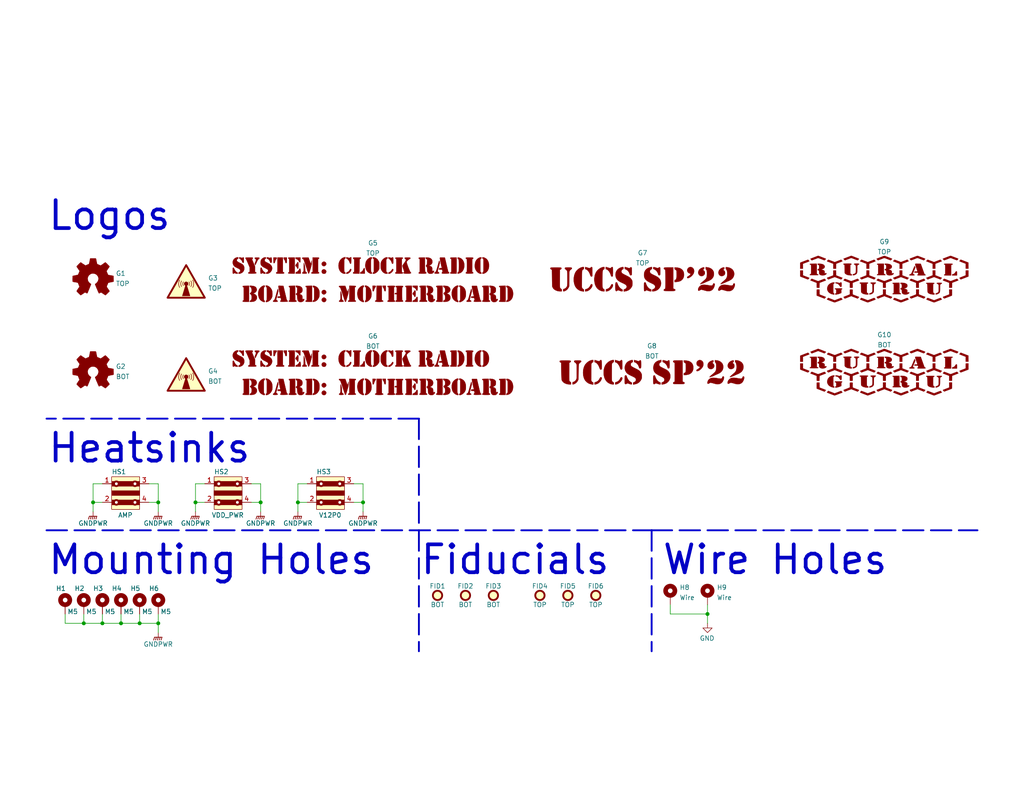
<source format=kicad_sch>
(kicad_sch (version 20211123) (generator eeschema)
  (paper "A")
  (title_block (title "Clock-Radio Main") (date "2022-03-05") (rev "0.5") (company "Ruralguru Projects") (comment 1 "Earl Watkins"))
  (lib_symbols
    (symbol "ERW_LOGO:LOGO" (pin_names (offset 1.016)))
    (symbol "ERW_Power:Heatsink_Pad_4hole" (pin_names (offset 0))
      (property "Reference" "HS" (at 1.27 5.08 0))
      (property "Value" "Heatsink_Pad_4hole" (at 2.54 3.175 0))
      (symbol "Heatsink_Pad_4hole_1_1"
        (pin passive line (at -2.54 0 0) (length 2.54) (name "~") (number "1"))
        (pin passive line (at -2.54 -5.08 0) (length 2.54) (name "~") (number "2"))
        (pin passive line (at 10.16 0 180) (length 2.54) (name "~") (number "3"))
        (pin passive line (at 10.16 -5.08 180) (length 2.54) (name "~") (number "4"))
      )
    )
    (symbol "Graphic:Logo_Open_Hardware_Small" (pin_names (offset 1.016)))
    (symbol "Graphic:SYM_Radio_Waves_Large" (pin_names (offset 1.016) hide))
    (symbol "Logo:LOGO" (pin_names (offset 1.016)))
    (symbol "Mechanical:Fiducial"
      (property "Reference" "FID" (at 0 5.08 0))
      (property "Value" "Fiducial" (at 0 3.175 0))
    )
    (symbol "Mechanical:MountingHole_Pad" (pin_numbers hide) (pin_names (offset 1.016) hide)
      (property "Reference" "H" (at 0 6.35 0))
      (property "Value" "MountingHole_Pad" (at 0 4.445 0))
      (symbol "MountingHole_Pad_1_1"
        (pin input line (at 0 -2.54 90) (length 2.54) (name "1") (number "1"))
      )
    )
    (symbol "UCCS:LOGO" (pin_names (offset 1.016)))
    (symbol "power:GND" (power) (pin_names (offset 0))
      (property "Value" "GND" (at 0 -3.81 0))
      (symbol "GND_1_1"
        (pin power_in line (at 0 0 270) (length 0) hide (name "GND") (number "1"))
      )
    )
    (symbol "power:GNDPWR" (power) (pin_names (offset 0))
      (property "Value" "GNDPWR" (at 0 -3.302 0))
      (symbol "GNDPWR_1_1"
        (pin power_in line (at 0 0 270) (length 0) hide (name "GNDPWR") (number "1"))
      )
    )
  )
  (junction (at 43.18 170.18))
  (junction (at 99.06 137.16))
  (junction (at 27.94 170.18))
  (junction (at 43.18 137.16))
  (junction (at 25.4 137.16))
  (junction (at 33.02 170.18))
  (junction (at 22.86 170.18))
  (junction (at 38.1 170.18))
  (junction (at 71.12 137.16))
  (junction (at 193.04 167.64))
  (junction (at 53.34 137.16))
  (junction (at 81.28 137.16))
  (polyline (pts (xy 114.3 114.3) (xy 114.3 177.8)) (stroke (width 0.508) (type dash)))
  (wire (pts (xy 27.94 167.64) (xy 27.94 170.18)))
  (wire (pts (xy 99.06 137.16) (xy 99.06 132.08)))
  (wire (pts (xy 33.02 170.18) (xy 38.1 170.18)))
  (wire (pts (xy 27.94 137.16) (xy 25.4 137.16)))
  (wire (pts (xy 40.64 137.16) (xy 43.18 137.16)))
  (wire (pts (xy 96.52 137.16) (xy 99.06 137.16)))
  (wire (pts (xy 193.04 165.1) (xy 193.04 167.64)))
  (wire (pts (xy 17.78 167.64) (xy 17.78 170.18)))
  (wire (pts (xy 17.78 170.18) (xy 22.86 170.18)))
  (wire (pts (xy 25.4 132.08) (xy 27.94 132.08)))
  (wire (pts (xy 99.06 139.7) (xy 99.06 137.16)))
  (wire (pts (xy 22.86 167.64) (xy 22.86 170.18)))
  (wire (pts (xy 43.18 170.18) (xy 43.18 172.72)))
  (wire (pts (xy 68.58 137.16) (xy 71.12 137.16)))
  (wire (pts (xy 33.02 167.64) (xy 33.02 170.18)))
  (wire (pts (xy 83.82 137.16) (xy 81.28 137.16)))
  (wire (pts (xy 25.4 137.16) (xy 25.4 139.7)))
  (wire (pts (xy 71.12 132.08) (xy 68.58 132.08)))
  (wire (pts (xy 71.12 139.7) (xy 71.12 137.16)))
  (wire (pts (xy 99.06 132.08) (xy 96.52 132.08)))
  (wire (pts (xy 53.34 132.08) (xy 55.88 132.08)))
  (wire (pts (xy 22.86 170.18) (xy 27.94 170.18)))
  (wire (pts (xy 38.1 170.18) (xy 43.18 170.18)))
  (wire (pts (xy 81.28 137.16) (xy 81.28 132.08)))
  (wire (pts (xy 25.4 137.16) (xy 25.4 132.08)))
  (wire (pts (xy 55.88 137.16) (xy 53.34 137.16)))
  (wire (pts (xy 27.94 170.18) (xy 33.02 170.18)))
  (wire (pts (xy 81.28 139.7) (xy 81.28 137.16)))
  (wire (pts (xy 182.88 165.1) (xy 182.88 167.64)))
  (wire (pts (xy 43.18 139.7) (xy 43.18 137.16)))
  (wire (pts (xy 43.18 132.08) (xy 40.64 132.08)))
  (wire (pts (xy 71.12 137.16) (xy 71.12 132.08)))
  (wire (pts (xy 43.18 137.16) (xy 43.18 132.08)))
  (wire (pts (xy 182.88 167.64) (xy 193.04 167.64)))
  (wire (pts (xy 53.34 137.16) (xy 53.34 139.7)))
  (polyline (pts (xy 12.7 144.78) (xy 177.8 144.78)) (stroke (width 0.508) (type dash)))
  (wire (pts (xy 53.34 137.16) (xy 53.34 132.08)))
  (wire (pts (xy 193.04 167.64) (xy 193.04 170.18)))
  (polyline (pts (xy 177.8 144.78) (xy 177.8 177.8)) (stroke (width 0.508) (type dash)))
  (polyline (pts (xy 114.3 114.3) (xy 12.7 114.3)) (stroke (width 0.508) (type dash)))
  (wire (pts (xy 81.28 132.08) (xy 83.82 132.08)))
  (wire (pts (xy 43.18 167.64) (xy 43.18 170.18)))
  (wire (pts (xy 38.1 167.64) (xy 38.1 170.18)))
  (polyline (pts (xy 177.8 144.78) (xy 266.7 144.78)) (stroke (width 0.508)))
  (text "${SHEETNAME}" (at 12.7 30.48 0) (effects (font (size 10.16 10.16) (thickness 2.032) bold) (justify left bottom)))
  (text "Mounting Holes" (at 12.7 157.48 0) (effects (font (size 7.62 7.62) (thickness 1.016) bold) (justify left bottom)))
  (text "Fiducials" (at 114.3 157.48 0) (effects (font (size 7.62 7.62) (thickness 1.016) bold) (justify left bottom)))
  (text "Wire Holes" (at 180.34 157.48 0) (effects (font (size 7.62 7.62) (thickness 1.016) bold) (justify left bottom)))
  (text "Heatsinks" (at 12.7 127 0) (effects (font (size 7.62 7.62) (thickness 1.016) bold) (justify left bottom)))
  (text "Logos" (at 12.7 63.5 0) (effects (font (size 7.62 7.62) (thickness 1.016) bold) (justify left bottom)))
  (symbol (lib_id "Graphic:SYM_Radio_Waves_Large") (at 50.8 76.2 0) (unit 1)
    (property "Reference" "G3" (at 56.769 75.9265 0) (effects (justify left)))
    (property "Value" "TOP" (at 56.769 78.7016 0) (effects (justify left)))
    (property "Footprint" "ERW_Logo:RF_0p5" (effects hide))
    (property "Datasheet" "-" (effects hide))
    (property "Description" "RF top" (effects hide))
    (property "JLBPCB# (Optional)" "-" (effects hide))
    (property "MFR" "-" (effects hide))
    (property "MPN" "-" (effects hide))
    (property "Status" "FAB" (effects hide))
    (property "Vendor" "-" (effects hide))
    (property "Vendor PN" "-" (effects hide))
  )
  (symbol (lib_id "UCCS:LOGO") (at 175.26 76.2 0) (unit 1)
    (property "Reference" "G7" (at 175.3395 69.0504 0))
    (property "Value" "TOP" (at 175.3395 71.8255 0))
    (property "Footprint" "project_name:UCCS_1" (effects hide))
    (property "Datasheet" "-" (effects hide))
    (property "Description" "UCCS top" (effects hide))
    (property "JLBPCB# (Optional)" "-" (effects hide))
    (property "MFR" "-" (effects hide))
    (property "MPN" "-" (effects hide))
    (property "Status" "FAB" (effects hide))
    (property "Vendor" "-" (effects hide))
    (property "Vendor PN" "-" (effects hide))
  )
  (symbol (lib_id "Graphic:SYM_Radio_Waves_Large") (at 50.8 101.6 0) (unit 1)
    (property "Reference" "G4" (at 56.769 101.3265 0) (effects (justify left)))
    (property "Value" "BOT" (at 56.769 104.1016 0) (effects (justify left)))
    (property "Footprint" "ERW_Logo:RF_0p5" (effects hide))
    (property "Datasheet" "-" (effects hide))
    (property "Description" "RF bot" (effects hide))
    (property "JLBPCB# (Optional)" "-" (effects hide))
    (property "MFR" "-" (effects hide))
    (property "MPN" "-" (effects hide))
    (property "Status" "FAB" (effects hide))
    (property "Vendor" "-" (effects hide))
    (property "Vendor PN" "-" (effects hide))
  )
  (symbol (lib_id "power:GND") (at 193.04 170.18 0) (unit 1)
    (property "Reference" "#PWR08" (effects hide))
    (property "Value" "GND" (at 192.9357 174.2682 0))
  )
  (symbol (lib_id "ERW_Power:Heatsink_Pad_4hole") (at 30.48 132.08 0) (unit 1)
    (property "Reference" "HS1" (at 30.48 129.54 0) (effects (justify left bottom)))
    (property "Value" "AMP" (at 34.2037 140.6443 0))
    (property "Footprint" "-" (effects hide))
    (property "Description" "Heatsink - 16.5x16.5x8.9mm" (effects hide))
    (property "MFR" "Wakefield-Vette" (effects hide))
    (property "MPN" "LTN20069" (effects hide))
    (property "Status" "DNI" (effects hide))
    (property "Vendor" "Mouser" (effects hide))
    (property "Vendor PN" "567-LTN20069" (effects hide))
  )
  (symbol (lib_id "Mechanical:Fiducial") (at 162.56 162.56 0) (unit 1) (in_bom no)
    (property "Reference" "FID6" (at 162.56 160.02 0))
    (property "Value" "TOP" (at 162.56 165.1 0))
    (property "Footprint" "Fiducial:Fiducial_0.5mm_Mask1mm" (effects hide))
    (property "Status" "FAB" (effects hide))
    (property "JLBPCB# (Optional)" "-" (effects hide))
    (property "MFR" "-" (effects hide))
    (property "MPN" "-" (effects hide))
    (property "Vendor" "-" (effects hide))
    (property "Vendor PN" "-" (effects hide))
    (property "Description" "Fiducial for Assembly" (effects hide))
  )
  (symbol (lib_id "power:GNDPWR") (at 99.06 139.7 0) (unit 1)
    (property "Reference" "#PWR07" (effects hide))
    (property "Value" "GNDPWR" (at 99.06 142.875 0))
  )
  (symbol (lib_id "Mechanical:Fiducial") (at 134.62 162.56 0) (unit 1) (in_bom no)
    (property "Reference" "FID3" (at 134.62 160.02 0))
    (property "Value" "BOT" (at 134.62 165.1 0))
    (property "Footprint" "Fiducial:Fiducial_0.5mm_Mask1mm" (effects hide))
    (property "Status" "FAB" (effects hide))
    (property "JLBPCB# (Optional)" "-" (effects hide))
    (property "MFR" "-" (effects hide))
    (property "MPN" "-" (effects hide))
    (property "Vendor" "-" (effects hide))
    (property "Vendor PN" "-" (effects hide))
    (property "Description" "Fiducial for Assembly" (effects hide))
  )
  (symbol (lib_id "UCCS:LOGO") (at 177.8 101.6 0) (unit 1)
    (property "Reference" "G8" (at 177.8795 94.4504 0))
    (property "Value" "BOT" (at 177.8795 97.2255 0))
    (property "Footprint" "project_name:UCCS_1" (effects hide))
    (property "Datasheet" "-" (effects hide))
    (property "Description" "UCCS bot" (effects hide))
    (property "JLBPCB# (Optional)" "-" (effects hide))
    (property "MFR" "-" (effects hide))
    (property "MPN" "-" (effects hide))
    (property "Status" "FAB" (effects hide))
    (property "Vendor" "-" (effects hide))
    (property "Vendor PN" "-" (effects hide))
  )
  (symbol (lib_id "ERW_Power:Heatsink_Pad_4hole") (at 58.42 132.08 0) (unit 1)
    (property "Reference" "HS2" (at 58.42 129.54 0) (effects (justify left bottom)))
    (property "Value" "VDD_PWR" (at 62.1437 140.6443 0))
    (property "Footprint" "-" (effects hide))
    (property "Description" "Heatsink - 16.5x16.5x8.9mm" (effects hide))
    (property "MFR" "Wakefield-Vette" (effects hide))
    (property "MPN" "LTN20069" (effects hide))
    (property "Status" "DNI" (effects hide))
    (property "Vendor" "Mouser" (effects hide))
    (property "Vendor PN" "567-LTN20069" (effects hide))
  )
  (symbol (lib_id "Mechanical:MountingHole_Pad") (at 22.86 165.1 0) (unit 1)
    (property "Reference" "H2" (at 20.32 160.655 0) (effects (justify left)))
    (property "Value" "M5" (at 23.495 167.005 0) (effects (justify left)))
    (property "Footprint" "MountingHole:MountingHole_5.3mm_M5_Pad_Via" (effects hide))
    (property "MFR" "-" (effects hide))
    (property "MPN" "-" (effects hide))
    (property "Status" "FAB" (effects hide))
    (property "Vendor" "-" (effects hide))
    (property "Vendor PN" "-" (effects hide))
    (property "JLBPCB# (Optional)" "-" (effects hide))
    (property "Description" "System Mounting" (effects hide))
  )
  (symbol (lib_id "power:GNDPWR") (at 71.12 139.7 0) (unit 1)
    (property "Reference" "#PWR05" (effects hide))
    (property "Value" "GNDPWR" (at 71.12 142.875 0))
  )
  (symbol (lib_id "Mechanical:MountingHole_Pad") (at 193.04 162.56 0) (unit 1)
    (property "Reference" "H9" (at 195.58 160.3815 0) (effects (justify left)))
    (property "Value" "Wire" (at 195.58 163.1566 0) (effects (justify left)))
    (property "Footprint" "MountingHole:MountingHole_2.2mm_M2_Pad" (effects hide))
    (property "MFR" "-" (effects hide))
    (property "MPN" "-" (effects hide))
    (property "Status" "FAB" (effects hide))
    (property "Vendor" "-" (effects hide))
    (property "Vendor PN" "-" (effects hide))
    (property "JLBPCB# (Optional)" "-" (effects hide))
    (property "Description" "Wire Routing" (effects hide))
  )
  (symbol (lib_id "Mechanical:Fiducial") (at 147.32 162.56 0) (unit 1) (in_bom no)
    (property "Reference" "FID4" (at 147.32 160.02 0))
    (property "Value" "TOP" (at 147.32 165.1 0))
    (property "Footprint" "Fiducial:Fiducial_0.5mm_Mask1mm" (effects hide))
    (property "Status" "FAB" (effects hide))
    (property "JLBPCB# (Optional)" "-" (effects hide))
    (property "MFR" "-" (effects hide))
    (property "MPN" "-" (effects hide))
    (property "Vendor" "-" (effects hide))
    (property "Vendor PN" "-" (effects hide))
    (property "Description" "Fiducial for Assembly" (effects hide))
  )
  (symbol (lib_id "Graphic:Logo_Open_Hardware_Small") (at 25.4 101.6 0) (unit 1) (in_bom no)
    (property "Reference" "G2" (at 31.5976 100.0565 0) (effects (justify left)))
    (property "Value" "BOT" (at 31.5976 102.8316 0) (effects (justify left)))
    (property "Footprint" "Symbol:OSHW-Symbol_8.9x8mm_SilkScreen" (effects hide))
    (property "Datasheet" "-" (effects hide))
    (property "Description" "OSH bot" (effects hide))
    (property "JLBPCB# (Optional)" "-" (effects hide))
    (property "MFR" "-" (effects hide))
    (property "MPN" "-" (effects hide))
    (property "Status" "FAB" (effects hide))
    (property "Vendor" "-" (effects hide))
    (property "Vendor PN" "-" (effects hide))
  )
  (symbol (lib_id "power:GNDPWR") (at 43.18 139.7 0) (unit 1)
    (property "Reference" "#PWR02" (effects hide))
    (property "Value" "GNDPWR" (at 43.18 142.875 0))
  )
  (symbol (lib_id "Logo:LOGO") (at 101.6 76.2 0) (unit 1)
    (property "Reference" "G5" (at 101.7517 66.3553 0))
    (property "Value" "TOP" (at 101.7517 69.1304 0))
    (property "Footprint" "project_name:ACR_Motherboard_2xp33" (effects hide))
    (property "Datasheet" "-" (effects hide))
    (property "Description" "Model top" (effects hide))
    (property "JLBPCB# (Optional)" "-" (effects hide))
    (property "MFR" "-" (effects hide))
    (property "MPN" "-" (effects hide))
    (property "Status" "FAB" (effects hide))
    (property "Vendor" "-" (effects hide))
    (property "Vendor PN" "-" (effects hide))
  )
  (symbol (lib_id "Mechanical:MountingHole_Pad") (at 17.78 165.1 0) (unit 1)
    (property "Reference" "H1" (at 15.24 160.655 0) (effects (justify left)))
    (property "Value" "M5" (at 18.415 167.005 0) (effects (justify left)))
    (property "Footprint" "MountingHole:MountingHole_5.3mm_M5_Pad_Via" (effects hide))
    (property "MFR" "-" (effects hide))
    (property "MPN" "-" (effects hide))
    (property "Status" "FAB" (effects hide))
    (property "Vendor" "-" (effects hide))
    (property "Vendor PN" "-" (effects hide))
    (property "JLBPCB# (Optional)" "-" (effects hide))
    (property "Description" "System Mounting" (effects hide))
  )
  (symbol (lib_id "Mechanical:MountingHole_Pad") (at 27.94 165.1 0) (unit 1)
    (property "Reference" "H3" (at 25.4 160.655 0) (effects (justify left)))
    (property "Value" "M5" (at 28.575 167.005 0) (effects (justify left)))
    (property "Footprint" "MountingHole:MountingHole_5.3mm_M5_Pad_Via" (effects hide))
    (property "MFR" "-" (effects hide))
    (property "MPN" "-" (effects hide))
    (property "Status" "FAB" (effects hide))
    (property "Vendor" "-" (effects hide))
    (property "Vendor PN" "-" (effects hide))
    (property "JLBPCB# (Optional)" "-" (effects hide))
    (property "Description" "System Mounting" (effects hide))
  )
  (symbol (lib_id "Mechanical:Fiducial") (at 154.94 162.56 0) (unit 1) (in_bom no)
    (property "Reference" "FID5" (at 154.94 160.02 0))
    (property "Value" "TOP" (at 154.94 165.1 0))
    (property "Footprint" "Fiducial:Fiducial_0.5mm_Mask1mm" (effects hide))
    (property "Status" "FAB" (effects hide))
    (property "JLBPCB# (Optional)" "-" (effects hide))
    (property "MFR" "-" (effects hide))
    (property "MPN" "-" (effects hide))
    (property "Vendor" "-" (effects hide))
    (property "Vendor PN" "-" (effects hide))
    (property "Description" "Fiducial for Assembly" (effects hide))
  )
  (symbol (lib_id "Logo:LOGO") (at 101.6 101.6 0) (unit 1)
    (property "Reference" "G6" (at 101.7517 91.7553 0))
    (property "Value" "BOT" (at 101.7517 94.5304 0))
    (property "Footprint" "project_name:ACR_Motherboard_2xp33" (effects hide))
    (property "Datasheet" "-" (effects hide))
    (property "Description" "Model bot" (effects hide))
    (property "JLBPCB# (Optional)" "-" (effects hide))
    (property "MFR" "-" (effects hide))
    (property "MPN" "-" (effects hide))
    (property "Status" "FAB" (effects hide))
    (property "Vendor" "-" (effects hide))
    (property "Vendor PN" "-" (effects hide))
  )
  (symbol (lib_id "power:GNDPWR") (at 25.4 139.7 0) (unit 1)
    (property "Reference" "#PWR01" (effects hide))
    (property "Value" "GNDPWR" (at 25.4 142.875 0))
  )
  (symbol (lib_id "Mechanical:MountingHole_Pad") (at 182.88 162.56 0) (unit 1)
    (property "Reference" "H8" (at 185.42 160.3815 0) (effects (justify left)))
    (property "Value" "Wire" (at 185.42 163.1566 0) (effects (justify left)))
    (property "Footprint" "MountingHole:MountingHole_2.2mm_M2_Pad" (effects hide))
    (property "MFR" "-" (effects hide))
    (property "MPN" "-" (effects hide))
    (property "Status" "FAB" (effects hide))
    (property "Vendor" "-" (effects hide))
    (property "Vendor PN" "-" (effects hide))
    (property "JLBPCB# (Optional)" "-" (effects hide))
    (property "Description" "Wire Routing" (effects hide))
  )
  (symbol (lib_id "power:GNDPWR") (at 43.18 172.72 0) (unit 1)
    (property "Reference" "#PWR04" (effects hide))
    (property "Value" "GNDPWR" (at 43.18 175.895 0))
  )
  (symbol (lib_id "Mechanical:Fiducial") (at 127 162.56 0) (unit 1) (in_bom no)
    (property "Reference" "FID2" (at 127 160.02 0))
    (property "Value" "BOT" (at 127 165.1 0))
    (property "Footprint" "Fiducial:Fiducial_0.5mm_Mask1mm" (effects hide))
    (property "Status" "FAB" (effects hide))
    (property "JLBPCB# (Optional)" "-" (effects hide))
    (property "MFR" "-" (effects hide))
    (property "MPN" "-" (effects hide))
    (property "Vendor" "-" (effects hide))
    (property "Vendor PN" "-" (effects hide))
    (property "Description" "Fiducial for Assembly" (effects hide))
  )
  (symbol (lib_id "Mechanical:MountingHole_Pad") (at 33.02 165.1 0) (unit 1)
    (property "Reference" "H4" (at 30.48 160.655 0) (effects (justify left)))
    (property "Value" "M5" (at 33.655 167.005 0) (effects (justify left)))
    (property "Footprint" "MountingHole:MountingHole_5.3mm_M5_Pad_Via" (effects hide))
    (property "MFR" "-" (effects hide))
    (property "MPN" "-" (effects hide))
    (property "Status" "FAB" (effects hide))
    (property "Vendor" "-" (effects hide))
    (property "Vendor PN" "-" (effects hide))
    (property "JLBPCB# (Optional)" "-" (effects hide))
    (property "Description" "System Mounting" (effects hide))
  )
  (symbol (lib_id "power:GNDPWR") (at 53.34 139.7 0) (unit 1)
    (property "Reference" "#PWR03" (effects hide))
    (property "Value" "GNDPWR" (at 53.34 142.875 0))
  )
  (symbol (lib_id "Mechanical:MountingHole_Pad") (at 43.18 165.1 0) (unit 1)
    (property "Reference" "H6" (at 40.64 160.655 0) (effects (justify left)))
    (property "Value" "M5" (at 43.815 167.005 0) (effects (justify left)))
    (property "Footprint" "MountingHole:MountingHole_5.3mm_M5_Pad_Via" (effects hide))
    (property "MFR" "-" (effects hide))
    (property "MPN" "-" (effects hide))
    (property "Status" "FAB" (effects hide))
    (property "Vendor" "-" (effects hide))
    (property "Vendor PN" "-" (effects hide))
    (property "JLBPCB# (Optional)" "-" (effects hide))
    (property "Description" "System Mounting" (effects hide))
  )
  (symbol (lib_id "Mechanical:Fiducial") (at 119.38 162.56 0) (unit 1) (in_bom no)
    (property "Reference" "FID1" (at 119.38 160.02 0))
    (property "Value" "BOT" (at 119.38 165.1 0))
    (property "Footprint" "Fiducial:Fiducial_0.5mm_Mask1mm" (effects hide))
    (property "Status" "FAB" (effects hide))
    (property "JLBPCB# (Optional)" "-" (effects hide))
    (property "MFR" "-" (effects hide))
    (property "MPN" "-" (effects hide))
    (property "Vendor" "-" (effects hide))
    (property "Vendor PN" "-" (effects hide))
    (property "Description" "Fiducial for Assembly" (effects hide))
  )
  (symbol (lib_id "Graphic:Logo_Open_Hardware_Small") (at 25.4 76.2 0) (unit 1) (in_bom no)
    (property "Reference" "G1" (at 31.5976 74.6565 0) (effects (justify left)))
    (property "Value" "TOP" (at 31.5976 77.4316 0) (effects (justify left)))
    (property "Footprint" "Symbol:OSHW-Symbol_8.9x8mm_SilkScreen" (effects hide))
    (property "Datasheet" "-" (effects hide))
    (property "Description" "OSH top" (effects hide))
    (property "JLBPCB# (Optional)" "-" (effects hide))
    (property "MFR" "-" (effects hide))
    (property "MPN" "-" (effects hide))
    (property "Status" "FAB" (effects hide))
    (property "Vendor" "-" (effects hide))
    (property "Vendor PN" "-" (effects hide))
  )
  (symbol (lib_id "Mechanical:MountingHole_Pad") (at 38.1 165.1 0) (unit 1)
    (property "Reference" "H5" (at 35.56 160.655 0) (effects (justify left)))
    (property "Value" "M5" (at 38.735 167.005 0) (effects (justify left)))
    (property "Footprint" "MountingHole:MountingHole_5.3mm_M5_Pad_Via" (effects hide))
    (property "MFR" "-" (effects hide))
    (property "MPN" "-" (effects hide))
    (property "Status" "FAB" (effects hide))
    (property "Vendor" "-" (effects hide))
    (property "Vendor PN" "-" (effects hide))
    (property "JLBPCB# (Optional)" "-" (effects hide))
    (property "Description" "System Mounting" (effects hide))
  )
  (symbol (lib_id "ERW_Power:Heatsink_Pad_4hole") (at 86.36 132.08 0) (unit 1)
    (property "Reference" "HS3" (at 86.36 129.54 0) (effects (justify left bottom)))
    (property "Value" "V12P0" (at 90.0837 140.6443 0))
    (property "Footprint" "-" (effects hide))
    (property "Description" "Heatsink - 16.5x16.5x8.9mm" (effects hide))
    (property "MFR" "Wakefield-Vette" (effects hide))
    (property "MPN" "LTN20069" (effects hide))
    (property "Status" "DNI" (effects hide))
    (property "Vendor" "Mouser" (effects hide))
    (property "Vendor PN" "567-LTN20069" (effects hide))
  )
  (symbol (lib_id "ERW_LOGO:LOGO") (at 241.3 76.2 0) (unit 1)
    (property "Reference" "G9" (at 241.3004 65.9985 0))
    (property "Value" "TOP" (at 241.3004 68.7736 0))
    (property "Footprint" "ERW_Logo:RuralguruProjects_HEX_1500" (effects hide))
    (property "Datasheet" "-" (effects hide))
    (property "Description" "Author top" (effects hide))
    (property "JLBPCB# (Optional)" "-" (effects hide))
    (property "MFR" "-" (effects hide))
    (property "MPN" "-" (effects hide))
    (property "Status" "FAB" (effects hide))
    (property "Vendor" "-" (effects hide))
    (property "Vendor PN" "-" (effects hide))
  )
  (symbol (lib_id "ERW_LOGO:LOGO") (at 241.3 101.6 0) (unit 1)
    (property "Reference" "G10" (at 241.3004 91.3985 0))
    (property "Value" "BOT" (at 241.3004 94.1736 0))
    (property "Footprint" "ERW_Logo:RuralguruProjects_HEX_1500" (effects hide))
    (property "Datasheet" "-" (effects hide))
    (property "Description" "Author bot" (effects hide))
    (property "JLBPCB# (Optional)" "-" (effects hide))
    (property "MFR" "-" (effects hide))
    (property "MPN" "-" (effects hide))
    (property "Status" "FAB" (effects hide))
    (property "Vendor" "-" (effects hide))
    (property "Vendor PN" "-" (effects hide))
  )
  (symbol (lib_id "power:GNDPWR") (at 81.28 139.7 0) (unit 1)
    (property "Reference" "#PWR06" (effects hide))
    (property "Value" "GNDPWR" (at 81.28 142.875 0))
  )
)
</source>
